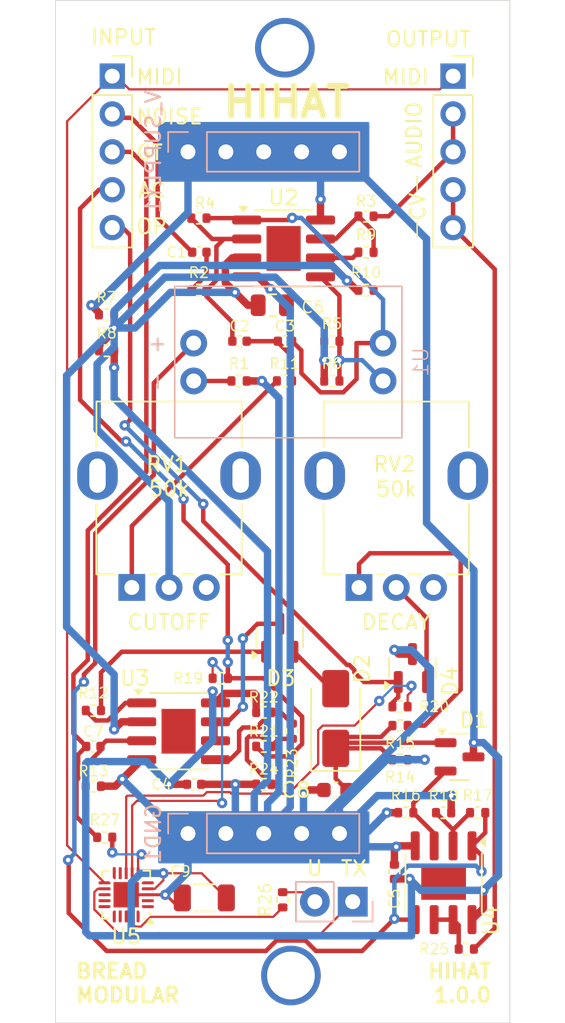
<source format=kicad_pcb>
(kicad_pcb (version 20240108) (generator "pcbnew") (generator_version "8.0")
  (layers (0 "F.Cu" signal) (31 "B.Cu" signal) (34 "B.Paste" user) (35 "F.Paste" user) (36 "B.SilkS" user "B.Silkscreen") (37 "F.SilkS" user "F.Silkscreen") (38 "B.Mask" user) (39 "F.Mask" user) (44 "Edge.Cuts" user))
  (net 0 "")
  (net 1 "GND")
  (net 2 "NOISE_IN")
  (net 3 "Net-(C1-Pad2)")
  (net 4 "Net-(U2A--)")
  (net 5 "Net-(C2-Pad2)")
  (net 6 "MIDI")
  (net 7 "FILTERED_NOISE")
  (net 8 "GATE_OPEN")
  (net 9 "V_MID")
  (net 10 "GATE_IN")
  (net 11 "Net-(U3A-+)")
  (net 12 "Net-(D2-K)")
  (net 13 "Net-(U4A-+)")
  (net 14 "PULSE_OUT")
  (net 15 "Net-(D3-K-Pad1)")
  (net 16 "Net-(D3-A)")
  (net 17 "Net-(D4-K-Pad2)")
  (net 18 "CV_ACCENT")
  (net 19 "CV_OUT")
  (net 20 "HIHAT_OUT")
  (net 21 "Net-(U1--)")
  (net 22 "Net-(R3-Pad1)")
  (net 23 "Net-(U2B-+)")
  (net 24 "Net-(U2B--)")
  (net 25 "Net-(R11-Pad1)")
  (net 26 "Net-(R12-Pad1)")
  (net 27 "Net-(R15-Pad1)")
  (net 28 "Net-(U4A--)")
  (net 29 "TRANSIENT_CV")
  (net 30 "Net-(R21-Pad1)")
  (net 31 "Net-(U3B-+)")
  (net 32 "Net-(U4B--)")
  (net 35 "V_SUPPLY")
  (net 36 "TX")
  (net 37 "MIDI_VELOCITY")
  (net 38 "MIDI_OPEN")
  (net 39 "Net-(U5-~{RESET}{slash}PA0)")
  (net 40 "MIDI_GATE")
  (net 53 "UDPI")
  (footprint "Capacitor_SMD:C_0402_1005Metric" (layer "F.Cu") (at 69.723 99.088 -90)
    (property "Reference" "C5")
    (property "Value" "0.1uf")
  )
  (footprint "Diode_SMD:D_SMA" (layer "F.Cu") (at 65.786 88.805 90)
    (property "Reference" "D2")
    (property "Value" "SS14")
  )
  (footprint "Capacitor_SMD:C_0402_1005Metric" (layer "F.Cu") (at 62.385 63.5)
    (property "Reference" "C3")
    (property "Value" "1nf")
  )
  (footprint "Resistor_SMD:R_0402_1005Metric" (layer "F.Cu") (at 62.865 89.66 90)
    (property "Reference" "R23")
    (property "Value" "1M")
  )
  (footprint "Resistor_SMD:R_0402_1005Metric" (layer "F.Cu") (at 62.23 100.967 90)
    (property "Reference" "R26")
    (property "Value" "4.7k")
  )
  (footprint "Capacitor_SMD:C_0805_2012Metric" (layer "F.Cu") (at 61.534 61.087 180)
    (property "Reference" "C6")
    (property "Value" "47uf")
  )
  (footprint "Resistor_SMD:R_0402_1005Metric" (layer "F.Cu") (at 75.309 95.123)
    (property "Reference" "R17")
    (property "Value" "100k")
  )
  (footprint "Resistor_SMD:R_0402_1005Metric" (layer "F.Cu") (at 58.045 86.106 180)
    (property "Reference" "R19")
    (property "Value" "10k")
  )
  (footprint "Resistor_SMD:R_0402_1005Metric" (layer "F.Cu") (at 60.962 90.678 180)
    (property "Reference" "R21")
    (property "Value" "100k")
  )
  (footprint "Resistor_SMD:R_0402_1005Metric" (layer "F.Cu") (at 67.818 57.531)
    (property "Reference" "R9")
    (property "Value" "22k")
  )
  (footprint "Capacitor_SMD:C_0603_1608Metric" (layer "F.Cu") (at 65.773 93.599)
    (property "Reference" "C8")
    (property "Value" "4.7uf")
  )
  (footprint "Capacitor_SMD:C_0402_1005Metric" (layer "F.Cu") (at 56.642 57.531)
    (property "Reference" "C1")
    (property "Value" "100pf")
  )
  (footprint "Resistor_SMD:R_0402_1005Metric" (layer "F.Cu") (at 50.292 96.774)
    (property "Reference" "R27")
    (property "Value" "10k")
  )
  (footprint "Resistor_SMD:R_0402_1005Metric" (layer "F.Cu") (at 50.417 61.722)
    (property "Reference" "R7")
    (property "Value" "1k")
  )
  (footprint "BreadModular_Pots:Potentiometer_RV09" (layer "F.Cu") (at 54.737 73.025)
    (property "Reference" "RV1")
    (property "Value" "50k")
  )
  (footprint "Resistor_SMD:R_0402_1005Metric" (layer "F.Cu") (at 73.023 95.123 180)
    (property "Reference" "R18")
    (property "Value" "100k")
  )
  (footprint "Resistor_SMD:R_0402_1005Metric" (layer "F.Cu") (at 59.305 66.167)
    (property "Reference" "R1")
    (property "Value" "330")
  )
  (footprint "Package_DFN_QFN:VQFN-20-1EP_3x3mm_P0.4mm_EP1.7x1.7mm" (layer "F.Cu") (at 51.733 100.628 180)
    (property "Reference" "U5")
    (property "Value" "ATtiny1616-M")
  )
  (footprint "Resistor_SMD:R_0402_1005Metric" (layer "F.Cu") (at 65.528 66.167)
    (property "Reference" "R6")
    (property "Value" "330")
  )
  (footprint "Resistor_SMD:R_0402_1005Metric" (layer "F.Cu") (at 65.528 63.5)
    (property "Reference" "R5")
    (property "Value" "330")
  )
  (footprint "Connector_PinSocket_2.54mm:PinSocket_1x05_P2.54mm_Vertical" (layer "F.Cu") (at 50.8 45.72)
    (property "Reference" "INPUT1")
    (property "Value" "Conn_01x05_Socket")
  )
  (footprint "Capacitor_SMD:C_1206_3216Metric" (layer "F.Cu") (at 56.974 100.838)
    (property "Reference" "C9")
    (property "Value" "100uf")
  )
  (footprint "Resistor_SMD:R_0402_1005Metric" (layer "F.Cu") (at 67.818 55.118)
    (property "Reference" "R3")
    (property "Value" "1k")
  )
  (footprint "Resistor_SMD:R_0402_1005Metric" (layer "F.Cu") (at 67.818 60.071)
    (property "Reference" "R10")
    (property "Value" "10k")
  )
  (footprint "Resistor_SMD:R_0402_1005Metric" (layer "F.Cu") (at 50.421 64.135)
    (property "Reference" "R8")
    (property "Value" "1k")
  )
  (footprint "Resistor_SMD:R_0402_1005Metric" (layer "F.Cu") (at 62.353 66.167)
    (property "Reference" "R11")
    (property "Value" "1k")
  )
  (footprint "Capacitor_SMD:C_0402_1005Metric" (layer "F.Cu") (at 49.532 90.678)
    (property "Reference" "C7")
    (property "Value" "10nf")
  )
  (footprint "Resistor_SMD:R_0402_1005Metric" (layer "F.Cu") (at 60.962 88.392 180)
    (property "Reference" "R22")
    (property "Value" "1M")
  )
  (footprint "Resistor_SMD:R_0402_1005Metric" (layer "F.Cu") (at 70.485 95.123)
    (property "Reference" "R16")
    (property "Value" "10k")
  )
  (footprint "Resistor_SMD:R_0402_1005Metric" (layer "F.Cu") (at 70.102 91.567 180)
    (property "Reference" "R14")
    (property "Value" "22k")
  )
  (footprint "Resistor_SMD:R_0402_1005Metric" (layer "F.Cu") (at 74.547 104.267)
    (property "Reference" "R25")
    (property "Value" "1k")
  )
  (footprint "BreadModular_Pots:Potentiometer_RV09" (layer "F.Cu") (at 69.977 73.028)
    (property "Reference" "RV2")
    (property "Value" "50k")
  )
  (footprint "Resistor_SMD:R_0402_1005Metric" (layer "F.Cu") (at 70.102 88.011 180)
    (property "Reference" "R20")
    (property "Value" "200k")
  )
  (footprint "Package_TO_SOT_SMD:SOT-23" (layer "F.Cu") (at 62.037 83.3905 90)
    (property "Reference" "D3")
    (property "Value" "SS8050")
  )
  (footprint "Package_TO_SOT_SMD:SOT-23" (layer "F.Cu") (at 74.0895 91.379)
    (property "Reference" "D1")
    (property "Value" "SS8050")
  )
  (footprint "Resistor_SMD:R_0402_1005Metric" (layer "F.Cu") (at 49.53 93.345 180)
    (property "Reference" "R13")
    (property "Value" "100k")
  )
  (footprint "Package_TO_SOT_SMD:SOT-23" (layer "F.Cu") (at 70.932 85.4225 90)
    (property "Reference" "D4")
    (property "Value" "SS8550")
  )
  (footprint "Resistor_SMD:R_0402_1005Metric" (layer "F.Cu") (at 70.102 89.281 180)
    (property "Reference" "R15")
    (property "Value" "330")
  )
  (footprint "Package_SO:SOIC-8-1EP_3.9x4.9mm_P1.27mm_EP2.29x3mm" (layer "F.Cu") (at 73.025 99.822 -90)
    (property "Reference" "U4")
    (property "Value" "MCP6002-xSN")
  )
  (footprint "Capacitor_SMD:C_0402_1005Metric" (layer "F.Cu") (at 59.335 63.5)
    (property "Reference" "C2")
    (property "Value" "1nf")
  )
  (footprint "Package_SO:SOIC-8-1EP_3.9x4.9mm_P1.27mm_EP2.29x3mm" (layer "F.Cu") (at 55.249 89.662)
    (property "Reference" "U3")
    (property "Value" "MCP6002-xSN")
  )
  (footprint "Capacitor_SMD:C_0402_1005Metric" (layer "F.Cu") (at 56.289 93.218 180)
    (property "Reference" "C4")
    (property "Value" "0.1uf")
  )
  (footprint "Connector_PinSocket_2.54mm:PinSocket_1x05_P2.54mm_Vertical" (layer "F.Cu") (at 73.66 45.72)
    (property "Reference" "OUTPUT1")
    (property "Value" "Conn_01x05_Socket")
  )
  (footprint "Resistor_SMD:R_0402_1005Metric" (layer "F.Cu") (at 60.962 93.218)
    (property "Reference" "R24")
    (property "Value" "100k")
  )
  (footprint "Resistor_SMD:R_0402_1005Metric" (layer "F.Cu") (at 56.612 55.245)
    (property "Reference" "R4")
    (property "Value" "200k")
  )
  (footprint "Package_SO:SOIC-8-1EP_3.9x4.9mm_P1.27mm_EP2.29x3mm" (layer "F.Cu") (at 62.292 57.277)
    (property "Reference" "U2")
    (property "Value" "MCP6002-xSN")
  )
  (footprint "Resistor_SMD:R_0402_1005Metric" (layer "F.Cu") (at 56.612 60.071)
    (property "Reference" "R2")
    (property "Value" "100k")
  )
  (footprint "Resistor_SMD:R_0402_1005Metric" (layer "F.Cu") (at 49.532 88.265)
    (property "Reference" "R12")
    (property "Value" "330")
  )
  (footprint "BreadModular_MISC:Conn_Holes_2" (layer "B.Cu") (at 66.929 101.092 90)
    (property "Reference" "V_SUPPLY2")
    (property "Value" "Conn_01x05_Pin")
  )
  (footprint "BreadModular_MISC:Power_Connector" (layer "B.Cu") (at 55.88 50.8 -90)
    (property "Reference" "V_SUPPLY1")
    (property "Value" "Conn_01x05_Pin")
  )
  (footprint "BreadModular_MISC:VTL5C" (layer "B.Cu") (at 62.611 64.897 -90)
    (property "Reference" "U1")
    (property "Value" "VTL5C")
  )
  (footprint "BreadModular_MISC:Power_Connector" (layer "B.Cu") (at 55.88 96.52 -90)
    (property "Reference" "GND1")
    (property "Value" "Conn_01x05_Pin")
  )
  (gr_poly (pts (xy 53.975 48.895) (xy 67.945 48.895) (xy 67.945 52.705) (xy 53.975 52.705)) (stroke (width 0.2)) (fill solid) (layer "B.Cu") (net 35))
  (gr_poly (pts (xy 53.975 95.123) (xy 67.945 95.123) (xy 67.945 98.425) (xy 53.975 98.425)) (stroke (width 0.2)) (fill solid) (layer "B.Cu") (net 1))
  (gr_line (start 71.247 53.467) (end 71.247 52.451) (stroke (width 0.1)) (layer "F.SilkS"))
  (gr_line (start 71.247 56.515) (end 71.247 55.499) (stroke (width 0.1)) (layer "F.SilkS"))
  (gr_line (start 46.99 109.22) (end 77.47 109.22) (stroke (width 0.05)) (layer "Edge.Cuts"))
  (gr_line (start 77.47 40.64) (end 46.99 40.64) (stroke (width 0.05)) (layer "Edge.Cuts"))
  (gr_line (start 46.99 40.64) (end 46.99 109.22) (stroke (width 0.05)) (layer "Edge.Cuts"))
  (gr_line (start 77.47 109.22) (end 77.47 40.64) (stroke (width 0.05)) (layer "Edge.Cuts"))
  (gr_text "CV" (at 71.882 54.483 90) (layer "F.SilkS") (effects (font (size 1 1)) (justify bottom)))
  (gr_text "INPUT" (at 49.276 43.688 0) (layer "F.SilkS") (effects (font (size 1 1)) (justify left bottom)))
  (gr_text "CUTOFF" (at 54.61 82.931 0) (layer "F.SilkS") (effects (font (size 1 1)) (justify bottom)))
  (gr_text "MIDI" (at 72.136 46.355 0) (layer "F.SilkS") (effects (font (size 1 1)) (justify right bottom)))
  (gr_text "NOISE" (at 52.324 49.022 0) (layer "F.SilkS") (effects (font (size 1 1)) (justify left bottom)))
  (gr_text "AUDIO" (at 71.628 49.657 90) (layer "F.SilkS") (effects (font (size 1 1)) (justify bottom)))
  (gr_text "HIHAT\n1.0.0" (at 76.327 107.95 0) (layer "F.SilkS") (effects (font (size 1 1) (thickness 0.2) (bold yes)) (justify right bottom)))
  (gr_text "HIHAT" (at 58.039 48.641 0) (layer "F.SilkS") (effects (font (size 2 2) (thickness 0.4) (bold yes)) (justify left bottom)))
  (gr_text "TX" (at 66.04 99.441 0) (layer "F.SilkS") (effects (font (size 1 1)) (justify left bottom)))
  (gr_text "DECAY" (at 69.85 82.931 0) (layer "F.SilkS") (effects (font (size 1 1)) (justify bottom)))
  (gr_text "MIDI" (at 52.324 46.355 0) (layer "F.SilkS") (effects (font (size 1 1)) (justify left bottom)))
  (gr_text "U" (at 63.754 99.441 0) (layer "F.SilkS") (effects (font (size 1 1)) (justify left bottom)))
  (gr_text "GT" (at 52.324 51.435 0) (layer "F.SilkS") (effects (font (size 1 1)) (justify left bottom)))
  (gr_text "OUTPUT" (at 74.93 43.815 0) (layer "F.SilkS") (effects (font (size 1 1)) (justify right bottom)))
  (gr_text "AC" (at 52.451 53.975 0) (layer "F.SilkS") (effects (font (size 1 1)) (justify left bottom)))
  (gr_text "OP" (at 52.324 56.388 0) (layer "F.SilkS") (effects (font (size 1 1)) (justify left bottom)))
  (gr_text "BREAD\nMODULAR" (at 48.26 107.95 0) (layer "F.SilkS") (effects (font (size 1 1) (thickness 0.2) (bold yes)) (justify left bottom)))
  (via (at 62.784908 106.045) (size 4) (drill 3.2) (layers "F.Cu" "B.Cu") (net 0))
  (via (at 62.37758 43.815) (size 4) (drill 3.2) (layers "F.Cu" "B.Cu") (net 0))
  (segment (start 51.4695 92.8715) (end 52.774 91.567) (width 0.5) (layer "F.Cu") (net 1))
  (segment (start 69.723 98.608) (end 69.723 97.536) (width 0.5) (layer "F.Cu") (net 1))
  (segment (start 69.723 84.201) (end 69.85 84.328) (width 0.5) (layer "F.Cu") (net 1))
  (segment (start 55.88 96.52) (end 66.04 96.52) (width 0.5) (layer "F.Cu") (net 1))
  (segment (start 63.881 93.599) (end 64.998 93.599) (width 0.5) (layer "F.Cu") (net 1))
  (segment (start 50.931 65.274) (end 50.927 65.278) (width 0.5) (layer "F.Cu") (net 1))
  (segment (start 59.815 66.167) (end 60.833 66.167) (width 0.5) (layer "F.Cu") (net 1))
  (segment (start 71.12 97.347) (end 69.912 97.347) (width 0.5) (layer "F.Cu") (net 1))
  (segment (start 59.817 59.182) (end 60.579 59.182) (width 0.5) (layer "F.Cu") (net 1))
  (segment (start 50.931 64.135) (end 50.931 65.274) (width 0.5) (layer "F.Cu") (net 1))
  (segment (start 53.183 100.628) (end 54.356 100.628) (width 0.2) (layer "F.Cu") (net 1))
  (segment (start 73.533 95.123) (end 73.533 93.98) (width 0.5) (layer "F.Cu") (net 1))
  (segment (start 54.356 100.628) (end 54.4 100.628) (width 0.2) (layer "F.Cu") (net 1))
  (segment (start 50.04 93.345) (end 50.996 93.345) (width 0.5) (layer "F.Cu") (net 1))
  (segment (start 69.912 97.347) (end 69.85 97.409) (width 0.5) (layer "F.Cu") (net 1))
  (segment (start 70.007 84.485) (end 69.723 84.201) (width 0.5) (layer "F.Cu") (net 1))
  (segment (start 60.452 93.218) (end 59.055 93.218) (width 0.5) (layer "F.Cu") (net 1))
  (segment (start 60.579 59.182) (end 61.4045 60.0075) (width 0.5) (layer "F.Cu") (net 1))
  (segment (start 69.723 97.536) (end 69.85 97.409) (width 0.5) (layer "F.Cu") (net 1))
  (segment (start 69.975 95.123) (end 69.215 95.123) (width 0.5) (layer "F.Cu") (net 1))
  (segment (start 50.996 93.345) (end 51.4695 92.8715) (width 0.5) (layer "F.Cu") (net 1))
  (segment (start 63.627 93.853) (end 63.881 93.599) (width 0.5) (layer "F.Cu") (net 1))
  (segment (start 56.769 93.218) (end 59.055 93.218) (width 0.5) (layer "F.Cu") (net 1))
  (segment (start 70.612 91.567) (end 71.755 91.567) (width 0.5) (layer "F.Cu") (net 1))
  (segment (start 53.183 100.628) (end 51.733 100.628) (width 0.2) (layer "F.Cu") (net 1))
  (segment (start 54.4 100.628) (end 55.245 101.473) (width 0.2) (layer "F.Cu") (net 1))
  (segment (start 70.932 84.485) (end 70.007 84.485) (width 0.5) (layer "F.Cu") (net 1))
  (segment (start 61.4045 60.0075) (end 62.484 61.087) (width 0.5) (layer "F.Cu") (net 1))
  (via (at 59.055 93.218) (size 0.7) (drill 0.3) (layers "F.Cu" "B.Cu") (net 1))
  (via (at 69.215 95.123) (size 0.7) (drill 0.3) (layers "F.Cu" "B.Cu") (net 1))
  (via (at 61.4045 60.0075) (size 0.7) (drill 0.3) (layers "F.Cu" "B.Cu") (net 1))
  (via (at 69.85 97.409) (size 0.7) (drill 0.3) (layers "F.Cu" "B.Cu") (net 1))
  (via (at 69.723 84.201) (size 0.7) (drill 0.3) (layers "F.Cu" "B.Cu") (net 1))
  (via (at 63.627 93.853) (size 0.7) (drill 0.3) (layers "F.Cu" "B.Cu") (net 1))
  (via (at 60.833 66.167) (size 0.7) (drill 0.3) (layers "F.Cu" "B.Cu") (net 1))
  (via (at 51.4695 92.8715) (size 0.7) (drill 0.3) (layers "F.Cu" "B.Cu") (net 1))
  (via (at 73.533 93.98) (size 0.7) (drill 0.3) (layers "F.Cu" "B.Cu") (net 1))
  (via (at 71.755 91.567) (size 0.7) (drill 0.3) (layers "F.Cu" "B.Cu") (net 1))
  (via (at 54.356 100.628) (size 0.7) (drill 0.3) (layers "F.Cu" "B.Cu") (net 1))
  (via (at 50.927 65.278) (size 0.7) (drill 0.3) (layers "F.Cu" "B.Cu") (net 1))
  (segment (start 66.04 94.742) (end 66.04 96.52) (width 0.5) (layer "B.Cu") (net 1))
  (segment (start 61.214 92.964) (end 60.325 93.853) (width 0.5) (layer "B.Cu") (net 1))
  (segment (start 63.627 93.853) (end 63.627 96.393) (width 0.5) (layer "B.Cu") (net 1))
  (segment (start 50.927 67.31) (end 61.214 77.597) (width 0.5) (layer "B.Cu") (net 1))
  (segment (start 55.118 96.52) (end 55.88 96.52) (width 0.5) (layer "B.Cu") (net 1))
  (segment (start 61.4045 60.0075) (end 62.738 61.341) (width 0.5) (layer "B.Cu") (net 1))
  (segment (start 70.866 84.201) (end 72.136 85.471) (width 0.5) (layer "B.Cu") (net 1))
  (segment (start 60.325 95.885) (end 60.96 96.52) (width 0.5) (layer "B.Cu") (net 1))
  (segment (start 54.356 100.628) (end 55.88 99.104) (width 0.5) (layer "B.Cu") (net 1))
  (segment (start 61.976 93.726) (end 61.22 94.482) (width 0.5) (layer "B.Cu") (net 1))
  (segment (start 69.85 97.409) (end 66.929 97.409) (width 0.5) (layer "B.Cu") (net 1))
  (segment (start 61.976 67.31) (end 61.976 93.726) (width 0.5) (layer "B.Cu") (net 1))
  (segment (start 60.833 66.167) (end 61.976 67.31) (width 0.5) (layer "B.Cu") (net 1))
  (segment (start 51.4695 92.8715) (end 55.118 96.52) (width 0.5) (layer "B.Cu") (net 1))
  (segment (start 64.897 95.504) (end 64.516 95.504) (width 0.5) (layer "B.Cu") (net 1))
  (segment (start 69.215 95.123) (end 67.818 96.52) (width 0.5) (layer "B.Cu") (net 1))
  (segment (start 72.009 88.392) (end 64.897 95.504) (width 0.5) (layer "B.Cu") (net 1))
  (segment (start 63.627 96.393) (end 63.5 96.52) (width 0.5) (layer "B.Cu") (net 1))
  (segment (start 61.22 94.482) (end 61.22 96.26) (width 0.5) (layer "B.Cu") (net 1))
  (segment (start 72.136 88.392) (end 72.009 88.392) (width 0.5) (layer "B.Cu") (net 1))
  (segment (start 62.738 94.742) (end 60.96 96.52) (width 0.5) (layer "B.Cu") (net 1))
  (segment (start 67.818 96.52) (end 66.04 96.52) (width 0.5) (layer "B.Cu") (net 1))
  (segment (start 69.215 91.567) (end 66.04 94.742) (width 0.5) (layer "B.Cu") (net 1))
  (segment (start 55.88 99.104) (end 55.88 96.52) (width 0.5) (layer "B.Cu") (net 1))
  (segment (start 59.055 93.218) (end 59.055 95.885) (width 0.5) (layer "B.Cu") (net 1))
  (segment (start 50.927 65.278) (end 50.927 67.31) (width 0.5) (layer "B.Cu") (net 1))
  (segment (start 68.58 93.98) (end 66.04 96.52) (width 0.5) (layer "B.Cu") (net 1))
  (segment (start 66.929 97.409) (end 66.04 96.52) (width 0.5) (layer "B.Cu") (net 1))
  (segment (start 60.325 93.853) (end 60.325 95.885) (width 0.5) (layer "B.Cu") (net 1))
  (segment (start 59.055 95.885) (end 58.42 96.52) (width 0.5) (layer "B.Cu") (net 1))
  (segment (start 61.214 77.597) (end 61.214 92.964) (width 0.5) (layer "B.Cu") (net 1))
  (segment (start 61.22 96.26) (end 60.96 96.52) (width 0.5) (layer "B.Cu") (net 1))
  (segment (start 64.516 95.504) (end 63.5 96.52) (width 0.5) (layer "B.Cu") (net 1))
  (segment (start 69.723 84.201) (end 70.866 84.201) (width 0.5) (layer "B.Cu") (net 1))
  (segment (start 62.738 61.341) (end 62.738 94.742) (width 0.5) (layer "B.Cu") (net 1))
  (segment (start 73.533 93.98) (end 68.58 93.98) (width 0.5) (layer "B.Cu") (net 1))
  (segment (start 71.755 91.567) (end 69.215 91.567) (width 0.5) (layer "B.Cu") (net 1))
  (segment (start 72.136 85.471) (end 72.136 88.392) (width 0.5) (layer "B.Cu") (net 1))
  (segment (start 53.848 50.292) (end 52.07 48.514) (width 0.3) (layer "F.Cu") (net 2))
  (segment (start 53.848 55.217) (end 53.848 50.292) (width 0.3) (layer "F.Cu") (net 2))
  (segment (start 51.14704 48.514) (end 51.10052 48.56052) (width 0.3) (layer "F.Cu") (net 2))
  (segment (start 56.162 57.531) (end 53.848 55.217) (width 0.3) (layer "F.Cu") (net 2))
  (segment (start 52.07 48.514) (end 51.14704 48.514) (width 0.3) (layer "F.Cu") (net 2))
  (segment (start 57.122 59.051) (end 56.102 60.071) (width 0.3) (layer "F.Cu") (net 3))
  (segment (start 57.122 57.531) (end 57.122 59.051) (width 0.3) (layer "F.Cu") (net 3))
  (segment (start 57.785 59.408) (end 57.785 57.15) (width 0.3) (layer "F.Cu") (net 4))
  (segment (start 57.785 57.15) (end 58.293 56.642) (width 0.3) (layer "F.Cu") (net 4))
  (segment (start 58.293 56.642) (end 59.817 56.642) (width 0.3) (layer "F.Cu") (net 4))
  (segment (start 57.122 60.071) (end 57.122 60.491) (width 0.3) (layer "F.Cu") (net 4))
  (segment (start 58.855 62.224) (end 57.122 60.491) (width 0.3) (layer "F.Cu") (net 4))
  (segment (start 56.102 55.245) (end 57.499 56.642) (width 0.3) (layer "F.Cu") (net 4))
  (segment (start 57.499 56.642) (end 59.817 56.642) (width 0.3) (layer "F.Cu") (net 4))
  (segment (start 58.855 63.5) (end 58.855 62.224) (width 0.3) (layer "F.Cu") (net 4))
  (segment (start 57.122 60.071) (end 57.785 59.408) (width 0.3) (layer "F.Cu") (net 4))
  (segment (start 61.905 63.5) (end 61.905 63.562) (width 0.3) (layer "F.Cu") (net 5))
  (segment (start 62.863 64.52) (end 62.863 66.167) (width 0.3) (layer "F.Cu") (net 5))
  (segment (start 61.905 63.562) (end 62.863 64.52) (width 0.3) (layer "F.Cu") (net 5))
  (segment (start 59.815 63.5) (end 61.905 63.5) (width 0.3) (layer "F.Cu") (net 5))
  (segment (start 50.8 45.72) (end 51.17 46.09) (width 0.15) (layer "F.Cu") (net 6))
  (segment (start 47.771975 48.748025) (end 50.8 45.72) (width 0.15) (layer "F.Cu") (net 6))
  (segment (start 72.771 46.609) (end 73.66 45.72) (width 0.15) (layer "F.Cu") (net 6))
  (segment (start 51.943 46.609) (end 72.771 46.609) (width 0.15) (layer "F.Cu") (net 6))
  (segment (start 51.17 46.09) (end 51.424 46.09) (width 0.15) (layer "F.Cu") (net 6))
  (segment (start 50.283 99.828) (end 47.771975 97.316975) (width 0.15) (layer "F.Cu") (net 6))
  (segment (start 51.424 46.09) (end 51.943 46.609) (width 0.15) (layer "F.Cu") (net 6))
  (segment (start 47.771975 97.316975) (end 47.771975 48.748025) (width 0.15) (layer "F.Cu") (net 6))
  (segment (start 67.183 66.04) (end 67.183 63.627) (width 0.3) (layer "F.Cu") (net 7))
  (segment (start 62.865 63.5) (end 63.483 64.118) (width 0.3) (layer "F.Cu") (net 7))
  (segment (start 59.817 55.372) (end 62.719998 55.372) (width 0.3) (layer "F.Cu") (net 7))
  (segment (start 67.183 63.627) (end 68.961 63.627) (width 0.3) (layer "F.Cu") (net 7))
  (segment (start 57.122 55.245) (end 59.69 55.245) (width 0.3) (layer "F.Cu") (net 7))
  (segment (start 66.294 66.929) (end 67.183 66.04) (width 0.3) (layer "F.Cu") (net 7))
  (segment (start 59.69 55.245) (end 59.817 55.372) (width 0.3) (layer "F.Cu") (net 7))
  (segment (start 62.719998 55.372) (end 62.865 55.226998) (width 0.3) (layer "F.Cu") (net 7))
  (segment (start 63.483 64.118) (end 63.483 65.641634) (width 0.3) (layer "F.Cu") (net 7))
  (segment (start 63.483 65.641634) (end 64.770366 66.929) (width 0.3) (layer "F.Cu") (net 7))
  (segment (start 64.770366 66.929) (end 66.294 66.929) (width 0.3) (layer "F.Cu") (net 7))
  (via (at 62.865 55.226998) (size 0.7) (drill 0.3) (layers "F.Cu" "B.Cu") (net 7))
  (segment (start 68.961 60.706) (end 68.961 63.627) (width 0.3) (layer "B.Cu") (net 7))
  (segment (start 63.481998 55.226998) (end 68.961 60.706) (width 0.3) (layer "B.Cu") (net 7))
  (segment (start 62.865 55.226998) (end 63.481998 55.226998) (width 0.3) (layer "B.Cu") (net 7))
  (segment (start 52 68.777) (end 52 56.388) (width 0.3) (layer "F.Cu") (net 8))
  (segment (start 69.982 87.367) (end 69.592 87.757) (width 0.3) (layer "F.Cu") (net 8))
  (segment (start 69.982 86.36) (end 69.982 87.367) (width 0.3) (layer "F.Cu") (net 8))
  (segment (start 66.691456 85.205) (end 67.036 85.549544) (width 0.3) (layer "F.Cu") (net 8))
  (segment (start 67.691 86.36) (end 69.982 86.36) (width 0.3) (layer "F.Cu") (net 8))
  (segment (start 56.901814 75.570814) (end 66.536 85.205) (width 0.3) (layer "F.Cu") (net 8))
  (segment (start 51.492 55.88) (end 52 56.388) (width 0.3) (layer "F.Cu") (net 8))
  (segment (start 51.631314 69.145686) (end 52 68.777) (width 0.3) (layer "F.Cu") (net 8))
  (segment (start 66.536 85.205) (end 66.691456 85.205) (width 0.3) (layer "F.Cu") (net 8))
  (segment (start 67.036 85.549544) (end 67.036 85.705) (width 0.3) (layer "F.Cu") (net 8))
  (segment (start 67.036 85.705) (end 67.691 86.36) (width 0.3) (layer "F.Cu") (net 8))
  (segment (start 50.8 55.88) (end 51.492 55.88) (width 0.3) (layer "F.Cu") (net 8))
  (segment (start 56.901814 74.416186) (end 56.901814 75.570814) (width 0.3) (layer "F.Cu") (net 8))
  (via (at 56.901814 74.416186) (size 0.7) (drill 0.3) (layers "F.Cu" "B.Cu") (net 8))
  (via (at 51.631314 69.145686) (size 0.7) (drill 0.3) (layers "F.Cu" "B.Cu") (net 8))
  (segment (start 56.901814 74.416186) (end 51.631314 69.145686) (width 0.3) (layer "B.Cu") (net 8))
  (segment (start 67.183 60.071) (end 66.548 59.436) (width 0.5) (layer "F.Cu") (net 9))
  (segment (start 49.911 63.815001) (end 50.927 62.799001) (width 0.5) (layer "F.Cu") (net 9))
  (segment (start 59.817 57.912) (end 58.842001 57.912) (width 0.5) (layer "F.Cu") (net 9))
  (segment (start 49.911 64.135) (end 49.911 63.815001) (width 0.5) (layer "F.Cu") (net 9))
  (segment (start 50.927 62.611) (end 50.927 61.722) (width 0.5) (layer "F.Cu") (net 9))
  (segment (start 51.435 89.027) (end 50.927 89.535) (width 0.5) (layer "F.Cu") (net 9))
  (segment (start 58.385 59.577684) (end 59.030158 60.222842) (width 0.5) (layer "F.Cu") (net 9))
  (segment (start 65.018 63.5) (end 65.018 64.77) (width 0.5) (layer "F.Cu") (net 9))
  (segment (start 50.927 62.799001) (end 50.927 62.611) (width 0.5) (layer "F.Cu") (net 9))
  (segment (start 65.018 64.77) (end 65.018 66.167) (width 0.5) (layer "F.Cu") (net 9))
  (segment (start 58.842001 57.912) (end 58.385 58.369001) (width 0.5) (layer "F.Cu") (net 9))
  (segment (start 58.385 58.369001) (end 58.385 59.577684) (width 0.5) (layer "F.Cu") (net 9))
  (segment (start 59.030158 60.222842) (end 59.894316 61.087) (width 0.5) (layer "F.Cu") (net 9))
  (segment (start 59.894316 61.087) (end 60.584 61.087) (width 0.5) (layer "F.Cu") (net 9))
  (segment (start 67.308 60.071) (end 67.183 60.071) (width 0.5) (layer "F.Cu") (net 9))
  (segment (start 52.774 89.027) (end 51.435 89.027) (width 0.5) (layer "F.Cu") (net 9))
  (via (at 50.927 89.535) (size 0.7) (drill 0.3) (layers "F.Cu" "B.Cu") (net 9))
  (via (at 59.030158 60.222842) (size 0.7) (drill 0.3) (layers "F.Cu" "B.Cu") (net 9))
  (via (at 66.548 59.436) (size 0.7) (drill 0.3) (layers "F.Cu" "B.Cu") (net 9))
  (via (at 65.018 64.77) (size 0.7) (drill 0.3) (layers "F.Cu" "B.Cu") (net 9))
  (via (at 50.927 62.611) (size 0.7) (drill 0.3) (layers "F.Cu" "B.Cu") (net 9))
  (segment (start 61.735871 59.2075) (end 54.3305 59.2075) (width 0.5) (layer "B.Cu") (net 9))
  (segment (start 53.975 58.42) (end 50.927 61.468) (width 0.5) (layer "B.Cu") (net 9))
  (segment (start 47.74 65.798) (end 50.927 62.611) (width 0.5) (layer "B.Cu") (net 9))
  (segment (start 65.018 64.77) (end 65.018 62.489629) (width 0.5) (layer "B.Cu") (net 9))
  (segment (start 65.018 62.489629) (end 61.735871 59.2075) (width 0.5) (layer "B.Cu") (net 9))
  (segment (start 50.927 61.468) (end 50.927 62.611) (width 0.5) (layer "B.Cu") (net 9))
  (segment (start 54.61 74.245693) (end 49.784 69.419693) (width 0.5) (layer "B.Cu") (net 9))
  (segment (start 65.532 58.42) (end 53.975 58.42) (width 0.5) (layer "B.Cu") (net 9))
  (segment (start 47.74 82.665) (end 47.74 65.798) (width 0.5) (layer "B.Cu") (net 9))
  (segment (start 52.324 62.611) (end 50.927 62.611) (width 0.5) (layer "B.Cu") (net 9))
  (segment (start 54.61 80.017) (end 54.61 74.245693) (width 0.5) (layer "B.Cu") (net 9))
  (segment (start 50.927 63.881) (end 50.927 62.611) (width 0.5) (layer "B.Cu") (net 9))
  (segment (start 54.712158 60.222842) (end 52.324 62.611) (width 0.5) (layer "B.Cu") (net 9))
  (segment (start 50.927 89.535) (end 50.927 85.852) (width 0.5) (layer "B.Cu") (net 9))
  (segment (start 49.784 69.419693) (end 49.784 65.024) (width 0.5) (layer "B.Cu") (net 9))
  (segment (start 50.927 85.852) (end 47.74 82.665) (width 0.5) (layer "B.Cu") (net 9))
  (segment (start 59.030158 60.222842) (end 54.712158 60.222842) (width 0.5) (layer "B.Cu") (net 9))
  (segment (start 54.3305 59.2075) (end 50.927 62.611) (width 0.5) (layer "B.Cu") (net 9))
  (segment (start 49.784 65.024) (end 50.927 63.881) (width 0.5) (layer "B.Cu") (net 9))
  (segment (start 66.548 59.436) (end 65.532 58.42) (width 0.5) (layer "B.Cu") (net 9))
  (segment (start 48.514 92.841366) (end 48.4 92.955366) (width 0.3) (layer "F.Cu") (net 10))
  (segment (start 48.196975 89.822975) (end 49.052 90.678) (width 0.3) (layer "F.Cu") (net 10))
  (segment (start 48.514 91.216) (end 48.514 92.841366) (width 0.3) (layer "F.Cu") (net 10))
  (segment (start 49.052 90.678) (end 48.514 91.216) (width 0.3) (layer "F.Cu") (net 10))
  (segment (start 52.07 50.8) (end 53.086 51.816) (width 0.3) (layer "F.Cu") (net 10))
  (segment (start 49.157 76.191999) (end 49.157 84.882894) (width 0.3) (layer "F.Cu") (net 10))
  (segment (start 48.196975 85.842919) (end 48.196975 89.822975) (width 0.3) (layer "F.Cu") (net 10))
  (segment (start 48.4 95.392) (end 49.782 96.774) (width 0.3) (layer "F.Cu") (net 10))
  (segment (start 49.157 84.882894) (end 48.196975 85.842919) (width 0.3) (layer "F.Cu") (net 10))
  (segment (start 53.086 72.263) (end 49.449893 75.899106) (width 0.3) (layer "F.Cu") (net 10))
  (segment (start 48.4 92.955366) (end 48.4 95.392) (width 0.3) (layer "F.Cu") (net 10))
  (segment (start 49.449893 75.899106) (end 49.157 76.191999) (width 0.3) (layer "F.Cu") (net 10))
  (segment (start 50.8 50.8) (end 52.07 50.8) (width 0.3) (layer "F.Cu") (net 10))
  (segment (start 53.086 51.816) (end 53.086 72.263) (width 0.3) (layer "F.Cu") (net 10))
  (segment (start 52.774 90.297) (end 50.393 90.297) (width 0.3) (layer "F.Cu") (net 11))
  (segment (start 50.012 90.958) (end 49.02 91.95) (width 0.3) (layer "F.Cu") (net 11))
  (segment (start 50.393 90.297) (end 50.012 90.678) (width 0.3) (layer "F.Cu") (net 11))
  (segment (start 49.02 91.95) (end 49.02 93.345) (width 0.3) (layer "F.Cu") (net 11))
  (segment (start 50.012 90.678) (end 50.012 90.958) (width 0.3) (layer "F.Cu") (net 11))
  (segment (start 69.592 89.281) (end 68.83 90.043) (width 0.3) (layer "F.Cu") (net 12))
  (segment (start 68.83 90.043) (end 66.548 90.043) (width 0.3) (layer "F.Cu") (net 12))
  (segment (start 68.83 90.805) (end 69.592 91.567) (width 0.3) (layer "F.Cu") (net 12))
  (segment (start 73.152 90.429) (end 66.162 90.429) (width 0.3) (layer "F.Cu") (net 12))
  (segment (start 65.786 90.805) (end 68.83 90.805) (width 0.3) (layer "F.Cu") (net 12))
  (segment (start 66.162 90.429) (end 65.786 90.805) (width 0.3) (layer "F.Cu") (net 12))
  (segment (start 65.786 92.837) (end 66.548 93.599) (width 0.3) (layer "F.Cu") (net 12))
  (segment (start 65.786 90.805) (end 65.786 92.837) (width 0.3) (layer "F.Cu") (net 12))
  (segment (start 66.548 90.043) (end 65.786 90.805) (width 0.3) (layer "F.Cu") (net 12))
  (segment (start 72.39 97.347) (end 72.39 96.518) (width 0.3) (layer "F.Cu") (net 13))
  (segment (start 73.152 92.329) (end 70.995 94.486) (width 0.3) (layer "F.Cu") (net 13))
  (segment (start 70.995 94.486) (end 70.995 95.123) (width 0.3) (layer "F.Cu") (net 13))
  (segment (start 72.39 96.518) (end 70.995 95.123) (width 0.3) (layer "F.Cu") (net 13))
  (segment (start 65.786 86.805) (end 65.464 86.805) (width 0.3) (layer "F.Cu") (net 14))
  (segment (start 65.464 86.805) (end 62.987 84.328) (width 0.3) (layer "F.Cu") (net 14))
  (segment (start 50.042 85.721) (end 51.435 84.328) (width 0.3) (layer "F.Cu") (net 15))
  (segment (start 51.435 84.328) (end 61.087 84.328) (width 0.3) (layer "F.Cu") (net 15))
  (segment (start 50.042 88.265) (end 50.042 85.721) (width 0.3) (layer "F.Cu") (net 15))
  (segment (start 57.724 89.027) (end 57.724 90.297) (width 0.3) (layer "F.Cu") (net 16))
  (segment (start 60.549 82.453) (end 62.037 82.453) (width 0.3) (layer "F.Cu") (net 16))
  (segment (start 59.563 83.439) (end 60.549 82.453) (width 0.3) (layer "F.Cu") (net 16))
  (segment (start 58.547 89.027) (end 57.724 89.027) (width 0.3) (layer "F.Cu") (net 16))
  (segment (start 59.563 88.011) (end 58.547 89.027) (width 0.3) (layer "F.Cu") (net 16))
  (via (at 59.563 83.439) (size 0.7) (drill 0.3) (layers "F.Cu" "B.Cu") (net 16))
  (via (at 59.563 88.011) (size 0.7) (drill 0.3) (layers "F.Cu" "B.Cu") (net 16))
  (segment (start 59.563 88.011) (end 59.563 83.439) (width 0.3) (layer "B.Cu") (net 16))
  (segment (start 71.882 82.052) (end 69.85 80.02) (width 0.3) (layer "F.Cu") (net 17))
  (segment (start 71.882 86.36) (end 71.882 82.052) (width 0.3) (layer "F.Cu") (net 17))
  (segment (start 55.581339 74.085661) (end 55.581339 75.520339) (width 0.3) (layer "F.Cu") (net 18))
  (segment (start 51.72344 70.227762) (end 51.431762 70.227762) (width 0.3) (layer "F.Cu") (net 18))
  (segment (start 63.535 90.516) (end 63.535 88.681) (width 0.3) (layer "F.Cu") (net 18))
  (segment (start 58.547 78.486) (end 58.547 83.566) (width 0.3) (layer "F.Cu") (net 18))
  (segment (start 62.703 91.348) (end 63.535 90.516) (width 0.3) (layer "F.Cu") (net 18))
  (segment (start 61.122 91.348) (end 62.703 91.348) (width 0.3) (layer "F.Cu") (net 18))
  (segment (start 48.641 54.61) (end 49.911 53.34) (width 0.3) (layer "F.Cu") (net 18))
  (segment (start 49.911 53.34) (end 50.8 53.34) (width 0.3) (layer "F.Cu") (net 18))
  (segment (start 60.452 90.678) (end 61.122 91.348) (width 0.3) (layer "F.Cu") (net 18))
  (segment (start 55.581339 75.520339) (end 58.547 78.486) (width 0.3) (layer "F.Cu") (net 18))
  (segment (start 48.641 67.437) (end 48.641 54.61) (width 0.3) (layer "F.Cu") (net 18))
  (segment (start 60.96 86.106) (end 58.555 86.106) (width 0.3) (layer "F.Cu") (net 18))
  (segment (start 58.555 85.036) (end 58.547 85.028) (width 0.3) (layer "F.Cu") (net 18))
  (segment (start 58.555 86.106) (end 58.555 85.036) (width 0.3) (layer "F.Cu") (net 18))
  (segment (start 51.431762 70.227762) (end 48.641 67.437) (width 0.3) (layer "F.Cu") (net 18))
  (segment (start 63.535 88.681) (end 60.96 86.106) (width 0.3) (layer "F.Cu") (net 18))
  (via (at 58.547 83.566) (size 0.7) (drill 0.3) (layers "F.Cu" "B.Cu") (net 18))
  (via (at 51.72344 70.227762) (size 0.7) (drill 0.3) (layers "F.Cu" "B.Cu") (net 18))
  (via (at 55.581339 74.085661) (size 0.7) (drill 0.3) (layers "F.Cu" "B.Cu") (net 18))
  (via (at 58.547 85.028) (size 0.7) (drill 0.3) (layers "F.Cu" "B.Cu") (net 18))
  (segment (start 58.547 85.028) (end 58.547 83.566) (width 0.3) (layer "B.Cu") (net 18))
  (segment (start 55.581339 73.996339) (end 55.581339 74.085661) (width 0.3) (layer "B.Cu") (net 18))
  (segment (start 51.812762 70.227762) (end 55.581339 73.996339) (width 0.3) (layer "B.Cu") (net 18))
  (segment (start 51.72344 70.227762) (end 51.812762 70.227762) (width 0.3) (layer "B.Cu") (net 18))
  (segment (start 76.454 102.87) (end 76.454 58.674) (width 0.3) (layer "F.Cu") (net 19))
  (segment (start 75.057 104.267) (end 76.454 102.87) (width 0.3) (layer "F.Cu") (net 19))
  (segment (start 73.66 53.34) (end 73.66 55.88) (width 0.3) (layer "F.Cu") (net 19))
  (segment (start 76.454 58.674) (end 73.66 55.88) (width 0.3) (layer "F.Cu") (net 19))
  (segment (start 73.66 50.8) (end 73.66 48.26) (width 0.3) (layer "F.Cu") (net 20))
  (segment (start 68.328 55.118) (end 69.342 55.118) (width 0.3) (layer "F.Cu") (net 20))
  (segment (start 69.342 55.118) (end 73.66 50.8) (width 0.3) (layer "F.Cu") (net 20))
  (segment (start 58.795 66.167) (end 56.261 66.167) (width 0.3) (layer "F.Cu") (net 21))
  (segment (start 68.328 57.531) (end 68.328 56.138) (width 0.3) (layer "F.Cu") (net 22))
  (segment (start 68.328 56.138) (end 67.308 55.118) (width 0.3) (layer "F.Cu") (net 22))
  (segment (start 64.767 56.642) (end 65.784 56.642) (width 0.3) (layer "F.Cu") (net 22))
  (segment (start 65.784 56.642) (end 67.308 55.118) (width 0.3) (layer "F.Cu") (net 22))
  (segment (start 66.038 64.77) (end 66.038 66.167) (width 0.3) (layer "F.Cu") (net 23))
  (segment (start 64.767 59.182) (end 66.038 60.453) (width 0.3) (layer "F.Cu") (net 23))
  (segment (start 66.038 63.5) (end 66.038 64.77) (width 0.3) (layer "F.Cu") (net 23))
  (segment (start 66.038 60.453) (end 66.038 63.5) (width 0.3) (layer "F.Cu") (net 23))
  (via (at 66.038 64.77) (size 0.7) (drill 0.3) (layers "F.Cu" "B.Cu") (net 23))
  (segment (start 67.564 64.77) (end 68.961 66.167) (width 0.3) (layer "B.Cu") (net 23))
  (segment (start 66.038 64.77) (end 67.564 64.77) (width 0.3) (layer "B.Cu") (net 23))
  (segment (start 66.927 57.912) (end 67.308 57.531) (width 0.3) (layer "F.Cu") (net 24))
  (segment (start 66.169 57.912) (end 65.913 57.912) (width 0.3) (layer "F.Cu") (net 24))
  (segment (start 68.328 60.071) (end 66.169 57.912) (width 0.3) (layer "F.Cu") (net 24))
  (segment (start 64.767 57.912) (end 65.913 57.912) (width 0.3) (layer "F.Cu") (net 24))
  (segment (start 65.913 57.912) (end 66.927 57.912) (width 0.3) (layer "F.Cu") (net 24))
  (segment (start 52.11 75.9) (end 52.11 80.017) (width 0.3) (layer "F.Cu") (net 25))
  (segment (start 61.843 66.167) (end 52.11 75.9) (width 0.3) (layer "F.Cu") (net 25))
  (segment (start 49.692 88.935) (end 50.511 88.935) (width 0.3) (layer "F.Cu") (net 26))
  (segment (start 49.022 88.265) (end 49.692 88.935) (width 0.3) (layer "F.Cu") (net 26))
  (segment (start 50.511 88.935) (end 51.689 87.757) (width 0.3) (layer "F.Cu") (net 26))
  (segment (start 51.689 87.757) (end 52.774 87.757) (width 0.3) (layer "F.Cu") (net 26))
  (segment (start 74.168 78.105) (end 73.787 77.724) (width 0.3) (layer "F.Cu") (net 27))
  (segment (start 67.35 78.446) (end 67.35 80.02) (width 0.3) (layer "F.Cu") (net 27))
  (segment (start 74.168 86.868) (end 74.168 78.105) (width 0.3) (layer "F.Cu") (net 27))
  (segment (start 68.072 77.724) (end 67.35 78.446) (width 0.3) (layer "F.Cu") (net 27))
  (segment (start 71.755 89.281) (end 74.168 86.868) (width 0.3) (layer "F.Cu") (net 27))
  (segment (start 73.787 77.724) (end 68.072 77.724) (width 0.3) (layer "F.Cu") (net 27))
  (segment (start 70.612 89.281) (end 71.755 89.281) (width 0.3) (layer "F.Cu") (net 27))
  (segment (start 73.66 96.27) (end 73.66 97.347) (width 0.3) (layer "F.Cu") (net 28))
  (segment (start 72.513 95.123) (end 73.66 96.27) (width 0.3) (layer "F.Cu") (net 28))
  (segment (start 73.66 96.262) (end 73.66 97.347) (width 0.3) (layer "F.Cu") (net 28))
  (segment (start 74.799 95.123) (end 73.66 96.262) (width 0.3) (layer "F.Cu") (net 28))
  (segment (start 47.879 101.854) (end 50.419 104.394) (width 0.3) (layer "F.Cu") (net 29))
  (segment (start 75.565 97.982) (end 74.93 97.347) (width 0.3) (layer "F.Cu") (net 29))
  (segment (start 49.657 85.09) (end 49.657 76.399106) (width 0.3) (layer "F.Cu") (net 29))
  (segment (start 50.419 104.394) (end 61.112506 104.394) (width 0.3) (layer "F.Cu") (net 29))
  (segment (start 71.12 102.297) (end 69.785 102.297) (width 0.3) (layer "F.Cu") (net 29))
  (segment (start 47.84 98.298) (end 47.879 98.337) (width 0.3) (layer "F.Cu") (net 29))
  (segment (start 69.785 102.297) (end 69.723 102.235) (width 0.3) (layer "F.Cu") (net 29))
  (segment (start 75.819 95.123) (end 75.819 96.458) (width 0.3) (layer "F.Cu") (net 29))
  (segment (start 61.112506 104.394) (end 61.811506 103.695) (width 0.3) (layer "F.Cu") (net 29))
  (segment (start 75.565 99.06) (end 75.565 97.982) (width 0.3) (layer "F.Cu") (net 29))
  (segment (start 48.896975 86.36) (end 48.896975 85.850025) (width 0.3) (layer "F.Cu") (net 29))
  (segment (start 53.586 72.470106) (end 53.586 66.302) (width 0.3) (layer "F.Cu") (net 29))
  (segment (start 48.896975 85.850025) (end 49.657 85.09) (width 0.3) (layer "F.Cu") (net 29))
  (segment (start 47.879 98.337) (end 47.879 101.854) (width 0.3) (layer "F.Cu") (net 29))
  (segment (start 53.586 66.302) (end 56.261 63.627) (width 0.3) (layer "F.Cu") (net 29))
  (segment (start 75.819 96.458) (end 74.93 97.347) (width 0.3) (layer "F.Cu") (net 29))
  (segment (start 61.811506 103.695) (end 63.75831 103.695) (width 0.3) (layer "F.Cu") (net 29))
  (segment (start 63.75831 103.695) (end 64.45731 104.394) (width 0.3) (layer "F.Cu") (net 29))
  (segment (start 49.657 76.399106) (end 53.586 72.470106) (width 0.3) (layer "F.Cu") (net 29))
  (segment (start 67.564 104.394) (end 69.723 102.235) (width 0.3) (layer "F.Cu") (net 29))
  (segment (start 64.45731 104.394) (end 67.564 104.394) (width 0.3) (layer "F.Cu") (net 29))
  (via (at 47.84 98.298) (size 0.7) (drill 0.3) (layers "F.Cu" "B.Cu") (net 29))
  (via (at 69.723 102.235) (size 0.7) (drill 0.3) (layers "F.Cu" "B.Cu") (net 29))
  (via (at 75.565 99.06) (size 0.7) (drill 0.3) (layers "F.Cu" "B.Cu") (net 29))
  (via (at 48.896975 86.36) (size 0.7) (drill 0.3) (layers "F.Cu" "B.Cu") (net 29))
  (segment (start 69.723 102.235) (end 69.723 99.59405) (width 0.3) (layer "B.Cu") (net 29))
  (segment (start 48.26 97.878) (end 48.26 86.996975) (width 0.3) (layer "B.Cu") (net 29))
  (segment (start 70.63805 98.679) (end 75.184 98.679) (width 0.3) (layer "B.Cu") (net 29))
  (segment (start 47.84 98.298) (end 48.26 97.878) (width 0.3) (layer "B.Cu") (net 29))
  (segment (start 48.26 86.996975) (end 48.896975 86.36) (width 0.3) (layer "B.Cu") (net 29))
  (segment (start 75.184 98.679) (end 75.565 99.06) (width 0.3) (layer "B.Cu") (net 29))
  (segment (start 69.723 99.59405) (end 70.63805 98.679) (width 0.3) (layer "B.Cu") (net 29))
  (segment (start 59.979 90.008) (end 60.802 90.008) (width 0.3) (layer "F.Cu") (net 30))
  (segment (start 60.802 90.008) (end 61.472 90.678) (width 0.3) (layer "F.Cu") (net 30))
  (segment (start 61.472 93.218) (end 59.832 91.578) (width 0.3) (layer "F.Cu") (net 30))
  (segment (start 62.865 90.17) (end 61.98 90.17) (width 0.3) (layer "F.Cu") (net 30))
  (segment (start 61.98 90.17) (end 61.472 90.678) (width 0.3) (layer "F.Cu") (net 30))
  (segment (start 59.832 90.155) (end 59.979 90.008) (width 0.3) (layer "F.Cu") (net 30))
  (segment (start 59.832 91.578) (end 59.832 90.155) (width 0.3) (layer "F.Cu") (net 30))
  (segment (start 57.724 91.567) (end 58.698999 91.567) (width 0.3) (layer "F.Cu") (net 31))
  (segment (start 62.107 88.392) (end 62.865 89.15) (width 0.3) (layer "F.Cu") (net 31))
  (segment (start 59.563 89.408) (end 60.706 89.408) (width 0.3) (layer "F.Cu") (net 31))
  (segment (start 59.309 89.662) (end 59.563 89.408) (width 0.3) (layer "F.Cu") (net 31))
  (segment (start 58.698999 91.567) (end 59.309 90.956999) (width 0.3) (layer "F.Cu") (net 31))
  (segment (start 59.309 90.956999) (end 59.309 89.662) (width 0.3) (layer "F.Cu") (net 31))
  (segment (start 60.706 89.158) (end 61.472 88.392) (width 0.3) (layer "F.Cu") (net 31))
  (segment (start 61.472 88.392) (end 62.107 88.392) (width 0.3) (layer "F.Cu") (net 31))
  (segment (start 60.706 89.408) (end 60.706 89.158) (width 0.3) (layer "F.Cu") (net 31))
  (segment (start 72.39 102.297) (end 73.66 102.297) (width 0.3) (layer "F.Cu") (net 32))
  (segment (start 74.037 104.267) (end 74.037 102.674) (width 0.3) (layer "F.Cu") (net 32))
  (segment (start 74.037 102.674) (end 73.66 102.297) (width 0.3) (layer "F.Cu") (net 32))
  (segment (start 75.692 101.535) (end 75.692 100.33) (width 0.5) (layer "F.Cu") (net 35))
  (segment (start 56.798 99.187) (end 58.449 100.838) (width 0.15) (layer "F.Cu") (net 35))
  (segment (start 60.452 87.249) (end 60.452 88.392) (width 0.5) (layer "F.Cu") (net 35))
  (segment (start 53.656224 100.228) (end 53.183 100.228) (width 0.15) (layer "F.Cu") (net 35))
  (segment (start 57.535 86.995) (end 57.535 87.568) (width 0.5) (layer "F.Cu") (net 35))
  (segment (start 49.907 61.591) (end 49.403 61.087) (width 0.5) (layer "F.Cu") (net 35))
  (segment (start 57.724 87.757) (end 58.359 87.122) (width 0.5) (layer "F.Cu") (net 35))
  (segment (start 49.907 61.722) (end 49.907 61.591) (width 0.5) (layer "F.Cu") (net 35))
  (segment (start 54.229 99.187) (end 54.229 99.655224) (width 0.15) (layer "F.Cu") (net 35))
  (segment (start 55.809 93.218) (end 54.61 93.218) (width 0.5) (layer "F.Cu") (net 35))
  (segment (start 58.359 87.122) (end 60.325 87.122) (width 0.5) (layer "F.Cu") (net 35))
  (segment (start 64.767 55.372) (end 64.767 53.978) (width 0.5) (layer "F.Cu") (net 35))
  (segment (start 54.229 99.655224) (end 53.656224 100.228) (width 0.15) (layer "F.Cu") (net 35))
  (segment (start 57.535 87.568) (end 57.724 87.757) (width 0.5) (layer "F.Cu") (net 35))
  (segment (start 55.88 50.8) (end 66.04 50.8) (width 0.5) (layer "F.Cu") (net 35))
  (segment (start 74.93 102.297) (end 75.692 101.535) (width 0.5) (layer "F.Cu") (net 35))
  (segment (start 69.723 99.568) (end 70.739 99.568) (width 0.5) (layer "F.Cu") (net 35))
  (segment (start 60.325 87.122) (end 60.452 87.249) (width 0.5) (layer "F.Cu") (net 35))
  (segment (start 54.229 99.187) (end 56.798 99.187) (width 0.15) (layer "F.Cu") (net 35))
  (segment (start 64.767 53.978) (end 64.77 53.975) (width 0.5) (layer "F.Cu") (net 35))
  (segment (start 75.027 91.379) (end 75.027 90.454) (width 0.5) (layer "F.Cu") (net 35))
  (segment (start 75.027 90.454) (end 75.057 90.424) (width 0.5) (layer "F.Cu") (net 35))
  (via (at 54.61 93.218) (size 0.7) (drill 0.3) (layers "F.Cu" "B.Cu") (net 35))
  (via (at 54.229 99.187) (size 0.7) (drill 0.3) (layers "F.Cu" "B.Cu") (net 35))
  (via (at 57.535 86.995) (size 0.7) (drill 0.3) (layers "F.Cu" "B.Cu") (net 35))
  (via (at 70.739 99.568) (size 0.7) (drill 0.3) (layers "F.Cu" "B.Cu") (net 35))
  (via (at 75.692 100.33) (size 0.7) (drill 0.3) (layers "F.Cu" "B.Cu") (net 35))
  (via (at 64.77 53.975) (size 0.7) (drill 0.3) (layers "F.Cu" "B.Cu") (net 35))
  (via (at 49.403 61.087) (size 0.7) (drill 0.3) (layers "F.Cu" "B.Cu") (net 35))
  (via (at 75.057 90.424) (size 0.7) (drill 0.3) (layers "F.Cu" "B.Cu") (net 35))
  (segment (start 75.692 100.33) (end 71.501 100.33) (width 0.5) (layer "B.Cu") (net 35))
  (segment (start 55.88 54.864) (end 55.88 50.8) (width 0.5) (layer "B.Cu") (net 35))
  (segment (start 49.657 61.087) (end 55.88 54.864) (width 0.5) (layer "B.Cu") (net 35))
  (segment (start 64.77 53.975) (end 64.77 52.07) (width 0.5) (layer "B.Cu") (net 35))
  (segment (start 75.057 90.424) (end 75.057 78.867) (width 0.5) (layer "B.Cu") (net 35))
  (segment (start 49.403 61.087) (end 49.657 61.087) (width 0.5) (layer "B.Cu") (net 35))
  (segment (start 71.501 100.33) (end 70.739 99.568) (width 0.5) (layer "B.Cu") (net 35))
  (segment (start 70.866 103.378) (end 53.975 103.378) (width 0.5) (layer "B.Cu") (net 35))
  (segment (start 54.61 93.218) (end 57.535 90.293) (width 0.5) (layer "B.Cu") (net 35))
  (segment (start 49.276 103.378) (end 49.022 103.124) (width 0.5) (layer "B.Cu") (net 35))
  (segment (start 75.692 100.33) (end 76.708 99.314) (width 0.5) (layer "B.Cu") (net 35))
  (segment (start 53.086 91.694) (end 54.61 93.218) (width 0.5) (layer "B.Cu") (net 35))
  (segment (start 49.022 91.809371) (end 49.137371 91.694) (width 0.5) (layer "B.Cu") (net 35))
  (segment (start 75.057 78.867) (end 71.882 75.692) (width 0.5) (layer "B.Cu") (net 35))
  (segment (start 71.882 56.642) (end 66.04 50.8) (width 0.5) (layer "B.Cu") (net 35))
  (segment (start 49.022 103.124) (end 49.022 91.809371) (width 0.5) (layer "B.Cu") (net 35))
  (segment (start 49.137371 91.694) (end 53.086 91.694) (width 0.5) (layer "B.Cu") (net 35))
  (segment (start 52.07 103.378) (end 52.07 99.822) (width 0.5) (layer "B.Cu") (net 35))
  (segment (start 76.708 91.44) (end 75.692 90.424) (width 0.5) (layer "B.Cu") (net 35))
  (segment (start 71.882 75.692) (end 71.882 56.642) (width 0.5) (layer "B.Cu") (net 35))
  (segment (start 70.866 99.695) (end 70.866 103.378) (width 0.5) (layer "B.Cu") (net 35))
  (segment (start 75.692 90.424) (end 75.057 90.424) (width 0.5) (layer "B.Cu") (net 35))
  (segment (start 76.708 99.314) (end 76.708 91.44) (width 0.5) (layer "B.Cu") (net 35))
  (segment (start 57.535 90.293) (end 57.535 86.995) (width 0.5) (layer "B.Cu") (net 35))
  (segment (start 52.07 99.822) (end 52.705 99.187) (width 0.5) (layer "B.Cu") (net 35))
  (segment (start 52.07 103.378) (end 53.975 103.378) (width 0.15) (layer "B.Cu") (net 35))
  (segment (start 70.739 99.568) (end 70.866 99.695) (width 0.5) (layer "B.Cu") (net 35))
  (segment (start 52.705 99.187) (end 54.229 99.187) (width 0.5) (layer "B.Cu") (net 35))
  (segment (start 64.77 52.07) (end 63.5 50.8) (width 0.5) (layer "B.Cu") (net 35))
  (segment (start 53.975 103.378) (end 49.276 103.378) (width 0.5) (layer "B.Cu") (net 35))
  (segment (start 64.77 103.251) (end 66.929 101.092) (width 0.15) (layer "F.Cu") (net 36))
  (segment (start 51.232776 103.251) (end 64.77 103.251) (width 0.15) (layer "F.Cu") (net 36))
  (segment (start 50.283 100.228) (end 49.821994 100.228) (width 0.15) (layer "F.Cu") (net 36))
  (segment (start 49.598 101.616224) (end 51.232776 103.251) (width 0.15) (layer "F.Cu") (net 36))
  (segment (start 49.598 100.451994) (end 49.598 101.616224) (width 0.15) (layer "F.Cu") (net 36))
  (segment (start 49.821994 100.228) (end 49.598 100.451994) (width 0.15) (layer "F.Cu") (net 36))
  (segment (start 58.023 94.33) (end 58.166 94.473) (width 0.15) (layer "F.Cu") (net 37))
  (segment (start 52.451 94.33) (end 58.023 94.33) (width 0.15) (layer "F.Cu") (net 37))
  (segment (start 52.133 94.648) (end 52.451 94.33) (width 0.15) (layer "F.Cu") (net 37))
  (segment (start 52.133 99.178) (end 52.133 94.648) (width 0.15) (layer "F.Cu") (net 37))
  (segment (start 57.531 86.102) (end 57.535 86.106) (width 0.15) (layer "F.Cu") (net 37))
  (segment (start 57.531 85.028) (end 57.531 86.102) (width 0.15) (layer "F.Cu") (net 37))
  (via (at 58.166 94.473) (size 0.7) (drill 0.3) (layers "F.Cu" "B.Cu") (net 37))
  (via (at 57.531 85.028) (size 0.7) (drill 0.3) (layers "F.Cu" "B.Cu") (net 37))
  (segment (start 58.166 94.473) (end 58.166 85.663) (width 0.15) (layer "B.Cu") (net 37))
  (segment (start 58.166 85.663) (end 57.531 85.028) (width 0.15) (layer "B.Cu") (net 37))
  (segment (start 64.91161 89.28) (end 67.057 89.28) (width 0.15) (layer "F.Cu") (net 38))
  (segment (start 64.611 91.853) (end 64.611 89.58061) (width 0.15) (layer "F.Cu") (net 38))
  (segment (start 56.90778 93.98) (end 57.14478 93.743) (width 0.15) (layer "F.Cu") (net 38))
  (segment (start 70.866 86.995) (end 70.612 87.249) (width 0.15) (layer "F.Cu") (net 38))
  (segment (start 70.866 86.614) (end 70.866 86.995) (width 0.15) (layer "F.Cu") (net 38))
  (segment (start 58.696116 93.743) (end 58.796116 93.843) (width 0.15) (layer "F.Cu") (net 38))
  (segment (start 51.733 94.063) (end 51.816 93.98) (width 0.15) (layer "F.Cu") (net 38))
  (segment (start 58.796116 93.843) (end 62.621 93.843) (width 0.15) (layer "F.Cu") (net 38))
  (segment (start 57.14478 93.743) (end 58.696116 93.743) (width 0.15) (layer "F.Cu") (net 38))
  (segment (start 51.733 99.178) (end 51.733 94.063) (width 0.15) (layer "F.Cu") (net 38))
  (segment (start 64.611 89.58061) (end 64.91161 89.28) (width 0.15) (layer "F.Cu") (net 38))
  (segment (start 67.057 89.28) (end 68.707 87.63) (width 0.15) (layer "F.Cu") (net 38))
  (segment (start 70.612 87.249) (end 70.612 88.011) (width 0.15) (layer "F.Cu") (net 38))
  (segment (start 51.816 93.98) (end 56.90778 93.98) (width 0.15) (layer "F.Cu") (net 38))
  (segment (start 62.621 93.843) (end 64.611 91.853) (width 0.15) (layer "F.Cu") (net 38))
  (via (at 68.707 87.63) (size 0.7) (drill 0.3) (layers "F.Cu" "B.Cu") (net 38))
  (via (at 70.866 86.614) (size 0.7) (drill 0.3) (layers "F.Cu" "B.Cu") (net 38))
  (segment (start 69.723 86.614) (end 70.866 86.614) (width 0.15) (layer "B.Cu") (net 38))
  (segment (start 68.707 87.63) (end 69.723 86.614) (width 0.15) (layer "B.Cu") (net 38))
  (segment (start 61.599 102.108) (end 62.23 101.477) (width 0.15) (layer "F.Cu") (net 39))
  (segment (start 52.344776 102.763) (end 52.721224 102.763) (width 0.15) (layer "F.Cu") (net 39))
  (segment (start 52.721224 102.763) (end 53.376224 102.108) (width 0.15) (layer "F.Cu") (net 39))
  (segment (start 52.133 102.551224) (end 52.344776 102.763) (width 0.15) (layer "F.Cu") (net 39))
  (segment (start 53.376224 102.108) (end 61.599 102.108) (width 0.15) (layer "F.Cu") (net 39))
  (segment (start 52.133 102.078) (end 52.133 102.551224) (width 0.15) (layer "F.Cu") (net 39))
  (segment (start 50.8 97.79) (end 50.8 96.776) (width 0.3) (layer "F.Cu") (net 40))
  (segment (start 52.533 99.178) (end 52.533 98.142) (width 0.15) (layer "F.Cu") (net 40))
  (segment (start 52.533 98.142) (end 52.758 97.917) (width 0.15) (layer "F.Cu") (net 40))
  (segment (start 50.8 96.776) (end 50.802 96.774) (width 0.15) (layer "F.Cu") (net 40))
  (via (at 50.8 97.79) (size 0.7) (drill 0.3) (layers "F.Cu" "B.Cu") (net 40))
  (via (at 52.758 97.917) (size 0.7) (drill 0.3) (layers "F.Cu" "B.Cu") (net 40))
  (segment (start 52.758 97.917) (end 50.927 97.917) (width 0.15) (layer "B.Cu") (net 40))
  (segment (start 50.927 97.917) (end 50.8 97.79) (width 0.15) (layer "B.Cu") (net 40))
  (segment (start 63.754 100.457) (end 64.389 101.092) (width 0.15) (layer "F.Cu") (net 53))
  (segment (start 62.23 100.457) (end 63.754 100.457) (width 0.15) (layer "F.Cu") (net 53))
)
</source>
